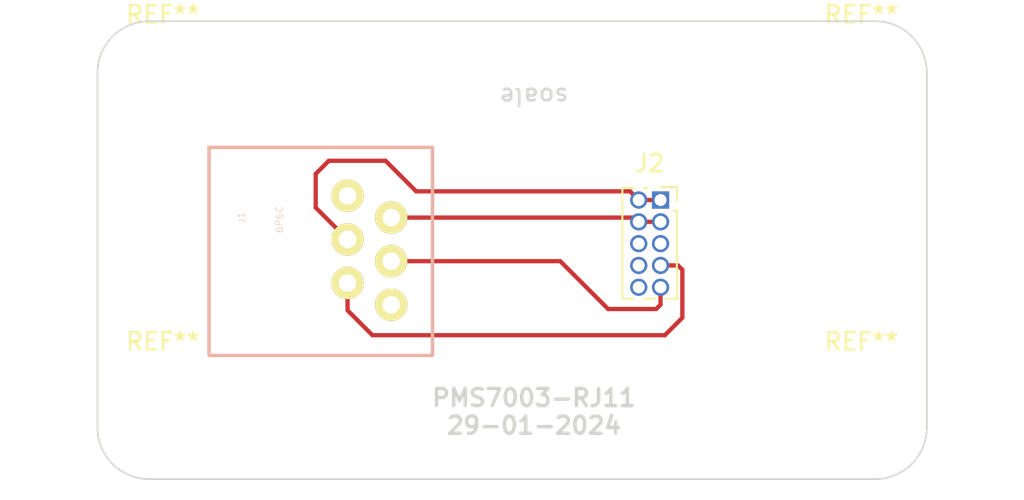
<source format=kicad_pcb>
(kicad_pcb (version 20221018) (generator pcbnew)
  (layers (0 "F.Cu" signal) (31 "B.Cu" signal) (34 "B.Paste" user) (35 "F.Paste" user) (36 "B.SilkS" user "B.Silkscreen") (37 "F.SilkS" user "F.Silkscreen") (38 "B.Mask" user) (39 "F.Mask" user) (44 "Edge.Cuts" user))
  (net 0 "")
  (net 2 "/GPIO14{slash}TXD0")
  (net 3 "/GPIO15{slash}RXD0")
  (net 4 "/5V")
  (net 5 "/GND")
  (footprint "Connector_PinSocket_1.27mm:PinSocket_2x05_P1.27mm_Vertical" (layer "F.Cu") (at 98.806 52.324)
    (fp_text reference "J2" (at -0.635 -2.135) (layer "F.SilkS"))
    (fp_text value "PMS7003")
    (fp_line (start -2.22 -0.695) (end -2.22 5.775) (stroke (width 0.12)) (layer "F.SilkS"))
    (fp_line (start -2.22 -0.695) (end -1.57753 -0.695) (stroke (width 0.12)) (layer "F.SilkS"))
    (fp_line (start -2.22 5.775) (end -1.57753 5.775) (stroke (width 0.12)) (layer "F.SilkS"))
    (fp_line (start -0.96247 -0.695) (end -0.76 -0.695) (stroke (width 0.12)) (layer "F.SilkS"))
    (fp_line (start -0.96247 5.775) (end -0.30753 5.775) (stroke (width 0.12)) (layer "F.SilkS"))
    (fp_line (start 0 -0.76) (end 0.95 -0.76) (stroke (width 0.12)) (layer "F.SilkS"))
    (fp_line (start 0.30753 5.775) (end 0.95 5.775) (stroke (width 0.12)) (layer "F.SilkS"))
    (fp_line (start 0.76 0.635) (end 0.95 0.635) (stroke (width 0.12)) (layer "F.SilkS"))
    (fp_line (start 0.95 -0.76) (end 0.95 0) (stroke (width 0.12)) (layer "F.SilkS"))
    (fp_line (start 0.95 0.635) (end 0.95 5.775) (stroke (width 0.12)) (layer "F.SilkS"))
    (pad "1" thru_hole rect (at 0 0) (size 1 1) (drill 0.7) (layers "*.Cu" "*.Mask") (net 4 "/5V"))
    (pad "2" thru_hole oval (at -1.27 0) (size 1 1) (drill 0.7) (layers "*.Cu" "*.Mask") (net 4 "/5V"))
    (pad "3" thru_hole oval (at 0 1.27) (size 1 1) (drill 0.7) (layers "*.Cu" "*.Mask") (net 5 "/GND"))
    (pad "4" thru_hole oval (at -1.27 1.27) (size 1 1) (drill 0.7) (layers "*.Cu" "*.Mask") (net 5 "/GND"))
    (pad "5" thru_hole oval (at 0 2.54) (size 1 1) (drill 0.7) (layers "*.Cu" "*.Mask"))
    (pad "6" thru_hole oval (at -1.27 2.54) (size 1 1) (drill 0.7) (layers "*.Cu" "*.Mask"))
    (pad "7" thru_hole oval (at 0 3.81) (size 1 1) (drill 0.7) (layers "*.Cu" "*.Mask") (net 2 "/GPIO14{slash}TXD0"))
    (pad "8" thru_hole oval (at -1.27 3.81) (size 1 1) (drill 0.7) (layers "*.Cu" "*.Mask"))
    (pad "9" thru_hole oval (at 0 5.08) (size 1 1) (drill 0.7) (layers "*.Cu" "*.Mask") (net 3 "/GPIO15{slash}RXD0"))
    (pad "10" thru_hole oval (at -1.27 5.08) (size 1 1) (drill 0.7) (layers "*.Cu" "*.Mask"))
  )
  (footprint "MountingHole:MountingHole_3.2mm_M3" (layer "F.Cu") (at 110.49 45.72)
    (fp_text reference "REF**" (at 0 -4.2) (layer "F.SilkS"))
    (fp_text value "MountingHole_3.2mm_M3")
    (pad "" np_thru_hole circle (at 0 0) (size 3.2 3.2) (drill 3.2) (layers "*.Cu" "*.Mask"))
  )
  (footprint "MountingHole:MountingHole_3.2mm_M3" (layer "F.Cu") (at 69.85 45.72)
    (fp_text reference "REF**" (at 0 -4.2) (layer "F.SilkS"))
    (fp_text value "MountingHole_3.2mm_M3")
    (pad "" np_thru_hole circle (at 0 0) (size 3.2 3.2) (drill 3.2) (layers "*.Cu" "*.Mask"))
  )
  (footprint "indian-rj11-pcb-through-hole-2.54:RJ11-6-IND" (layer "F.Cu") (at 78.7326 55.2566 -90)
    (fp_text reference "J1" (at -1.9 4.3 90) (layer "B.SilkS") (effects (font (size 0.4064 0.4064) (thickness 0.0254))))
    (fp_text value "6P6C" (at -1.8 2.1 90) (layer "B.SilkS") (effects (font (size 0.4064 0.4064) (thickness 0.0254))))
    (fp_line (start -6 -6.8) (end -6 6.2) (stroke (width 0.2032)) (layer "B.SilkS"))
    (fp_line (start -6 -6.8) (end 6.12 -6.8) (stroke (width 0.2032)) (layer "B.SilkS"))
    (fp_line (start -6 6.2) (end 6.12 6.2) (stroke (width 0.2032)) (layer "B.SilkS"))
    (fp_line (start 6.12 6.2) (end 6.12 -6.8) (stroke (width 0.2032)) (layer "B.SilkS"))
    (pad "1" thru_hole circle (at 3.17 -4.4 90) (size 1.8796 1.8796) (drill 1.016) (layers "F&B.Cu" "F.Paste" "F.SilkS" "F.Mask"))
    (pad "2" thru_hole circle (at 1.9 -1.86 90) (size 1.8796 1.8796) (drill 1.016) (layers "F&B.Cu" "F.Paste" "F.SilkS" "F.Mask") (net 2 "/GPIO14{slash}TXD0"))
    (pad "3" thru_hole circle (at 0.63 -4.4 90) (size 1.8796 1.8796) (drill 1.016) (layers "F&B.Cu" "F.Paste" "F.SilkS" "F.Mask") (net 3 "/GPIO15{slash}RXD0"))
    (pad "4" thru_hole circle (at -0.64 -1.86 90) (size 1.8796 1.8796) (drill 1.016) (layers "F&B.Cu" "F.Paste" "F.SilkS" "F.Mask") (net 4 "/5V"))
    (pad "5" thru_hole circle (at -1.91 -4.4 90) (size 1.8796 1.8796) (drill 1.016) (layers "F&B.Cu" "F.Paste" "F.SilkS" "F.Mask") (net 5 "/GND"))
    (pad "6" thru_hole circle (at -3.18 -1.86 90) (size 1.8796 1.8796) (drill 1.016) (layers "F&B.Cu" "F.Paste" "F.SilkS" "F.Mask"))
  )
  (footprint "MountingHole:MountingHole_3.2mm_M3" (layer "F.Cu") (at 69.85 64.77)
    (fp_text reference "REF**" (at 0 -4.2) (layer "F.SilkS"))
    (fp_text value "MountingHole_3.2mm_M3")
    (pad "" np_thru_hole circle (at 0 0) (size 3.2 3.2) (drill 3.2) (layers "*.Cu" "*.Mask"))
  )
  (footprint "MountingHole:MountingHole_3.2mm_M3" (layer "F.Cu") (at 110.49 64.77)
    (fp_text reference "REF**" (at 0 -4.2) (layer "F.SilkS"))
    (fp_text value "MountingHole_3.2mm_M3")
    (pad "" np_thru_hole circle (at 0 0) (size 3.2 3.2) (drill 3.2) (layers "*.Cu" "*.Mask"))
  )
  (gr_line (start 69.04 41.91) (end 111.3 41.91) (stroke (width 0.1)) (layer "Edge.Cuts"))
  (gr_arc (start 69.04 68.58) (mid 66.91868 67.70132) (end 66.04 65.58) (stroke (width 0.1)) (layer "Edge.Cuts"))
  (gr_arc (start 114.3 65.58) (mid 113.42132 67.70132) (end 111.3 68.58) (stroke (width 0.1)) (layer "Edge.Cuts"))
  (gr_line (start 111.3 68.58) (end 69.04 68.58) (stroke (width 0.1)) (layer "Edge.Cuts"))
  (gr_arc (start 66.04 44.91) (mid 66.91868 42.78868) (end 69.04 41.91) (stroke (width 0.1)) (layer "Edge.Cuts"))
  (gr_arc (start 111.3 41.91) (mid 113.42132 42.78868) (end 114.3 44.91) (stroke (width 0.1)) (layer "Edge.Cuts"))
  (gr_line (start 66.04 65.58) (end 66.04 44.91) (stroke (width 0.1)) (layer "Edge.Cuts"))
  (gr_line (start 114.3 44.91) (end 114.3 65.58) (stroke (width 0.1)) (layer "Edge.Cuts"))
  (gr_text "PMS7003-RJ11\n29-01-2024" (at 91.44 66.04) (layer "Edge.Cuts") (effects (font (size 1 1) (thickness 0.2) bold) (justify bottom)))
  (gr_text "soale" (at 91.44 45.72 180) (layer "Edge.Cuts") (effects (font (size 1 1)) (justify bottom)))
  (segment (start 82.042 60.198) (end 99.06 60.198) (width 0.25) (layer "F.Cu") (net 2))
  (segment (start 99.822 56.134) (end 98.806 56.134) (width 0.25) (layer "F.Cu") (net 2))
  (segment (start 100.076 56.388) (end 99.822 56.134) (width 0.25) (layer "F.Cu") (net 2))
  (segment (start 99.06 60.198) (end 100.076 59.182) (width 0.25) (layer "F.Cu") (net 2))
  (segment (start 80.5926 57.1566) (end 80.5926 58.7486) (width 0.25) (layer "F.Cu") (net 2))
  (segment (start 100.076 59.182) (end 100.076 56.388) (width 0.25) (layer "F.Cu") (net 2))
  (segment (start 80.5926 58.7486) (end 82.042 60.198) (width 0.25) (layer "F.Cu") (net 2))
  (segment (start 83.1326 55.8866) (end 92.9706 55.8866) (width 0.25) (layer "F.Cu") (net 3))
  (segment (start 95.758 58.674) (end 98.552 58.674) (width 0.25) (layer "F.Cu") (net 3))
  (segment (start 98.552 58.674) (end 98.806 58.42) (width 0.25) (layer "F.Cu") (net 3))
  (segment (start 92.9706 55.8866) (end 95.758 58.674) (width 0.25) (layer "F.Cu") (net 3))
  (segment (start 98.806 58.42) (end 98.806 57.404) (width 0.25) (layer "F.Cu") (net 3))
  (segment (start 78.74 52.764) (end 78.74 50.8) (width 0.25) (layer "F.Cu") (net 4))
  (segment (start 78.74 50.8) (end 79.502 50.038) (width 0.25) (layer "F.Cu") (net 4))
  (segment (start 79.502 50.038) (end 82.804 50.038) (width 0.25) (layer "F.Cu") (net 4))
  (segment (start 82.804 50.038) (end 84.582 51.816) (width 0.25) (layer "F.Cu") (net 4))
  (segment (start 97.536 52.324) (end 98.806 52.324) (width 0.25) (layer "F.Cu") (net 4))
  (segment (start 97.028 51.816) (end 97.536 52.324) (width 0.25) (layer "F.Cu") (net 4))
  (segment (start 80.5926 54.6166) (end 78.74 52.764) (width 0.25) (layer "F.Cu") (net 4))
  (segment (start 84.582 51.816) (end 97.028 51.816) (width 0.25) (layer "F.Cu") (net 4))
  (segment (start 83.1326 53.3466) (end 97.2886 53.3466) (width 0.25) (layer "F.Cu") (net 5))
  (segment (start 97.2886 53.3466) (end 97.536 53.594) (width 0.25) (layer "F.Cu") (net 5))
  (segment (start 97.536 53.594) (end 98.806 53.594) (width 0.25) (layer "F.Cu") (net 5))
)
</source>
